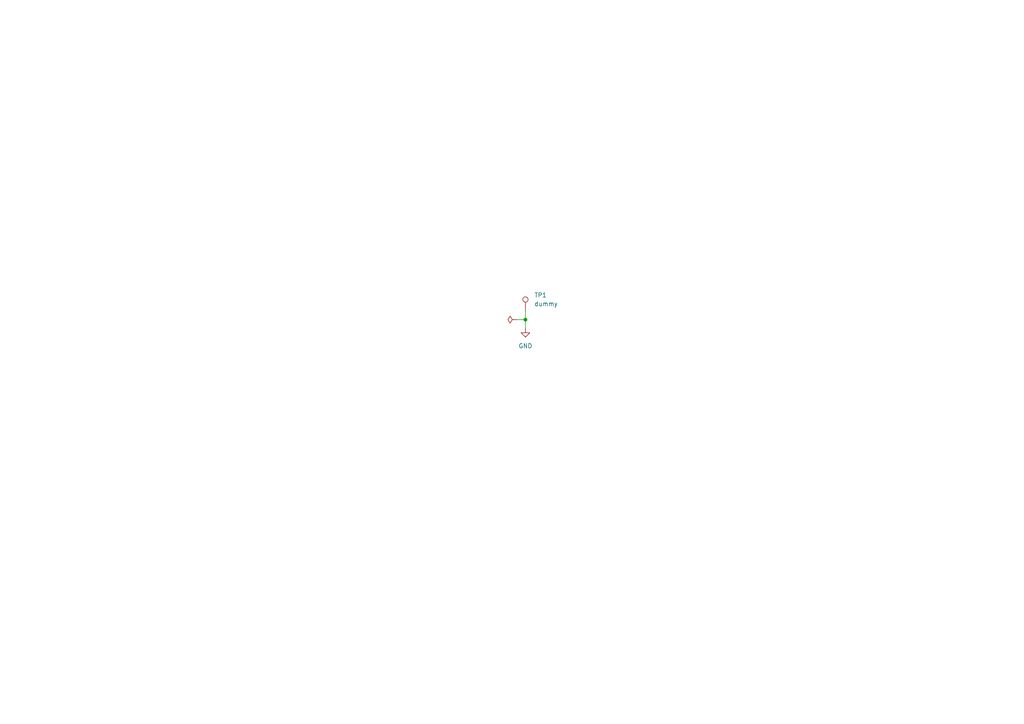
<source format=kicad_sch>
(kicad_sch (version 20211123) (generator eeschema)
  (paper "A4")
  (lib_symbols
    (symbol "Connector:TestPoint" (pin_numbers hide) (pin_names (offset 0.762) hide)
      (property "Reference" "TP" (at 0 6.858 0))
      (property "Value" "TestPoint" (at 0 5.08 0))
      (symbol "TestPoint_0_1"
        (circle (center 0 3.302) (radius 0.762))
      )
      (symbol "TestPoint_1_1"
        (pin passive line (at 0 0 90) (length 2.54) (name "1") (number "1"))
      )
    )
    (symbol "power:GND" (power) (pin_names (offset 0))
      (property "Value" "GND" (at 0 -3.81 0))
      (symbol "GND_0_1"
        (polyline (pts (xy 0 0) (xy 0 -1.27) (xy 1.27 -1.27) (xy 0 -2.54) (xy -1.27 -1.27) (xy 0 -1.27)))
      )
      (symbol "GND_1_1"
        (pin power_in line (at 0 0 270) (length 0) hide (name "GND") (number "1"))
      )
    )
    (symbol "power:PWR_FLAG" (power) (pin_numbers hide) (pin_names (offset 0) hide)
      (property "Value" "PWR_FLAG" (at 0 3.81 0))
      (symbol "PWR_FLAG_0_0"
        (pin power_out line (at 0 0 90) (length 0) (name "pwr") (number "1"))
      )
      (symbol "PWR_FLAG_0_1"
        (polyline (pts (xy 0 0) (xy 0 1.27) (xy -1.016 1.905) (xy 0 2.54) (xy 1.016 1.905) (xy 0 1.27)))
      )
    )
  )
  (junction (at 152.4 92.71))
  (wire (pts (xy 152.4 92.71) (xy 152.4 95.25)))
  (wire (pts (xy 152.4 92.71) (xy 152.4 90.17)))
  (wire (pts (xy 149.86 92.71) (xy 152.4 92.71)))
  (symbol (lib_id "Connector:TestPoint") (at 152.4 90.17 0) (unit 1)
    (property "Reference" "TP1" (at 154.94 85.5979 0) (effects (justify left)))
    (property "Value" "dummy" (at 154.94 88.1379 0) (effects (justify left)))
    (property "Footprint" "TestPoint:TestPoint_Keystone_5000-5004_Miniature" (effects hide))
  )
  (symbol (lib_id "power:PWR_FLAG") (at 149.86 92.71 90) (unit 1)
    (property "Reference" "#FLG?" (effects hide))
    (property "Value" "PWR_FLAG" (effects hide))
  )
  (symbol (lib_id "power:GND") (at 152.4 95.25 0) (unit 1)
    (property "Reference" "#PWR?" (effects hide))
    (property "Value" "GND" (at 152.4 100.33 0))
  )
)
</source>
